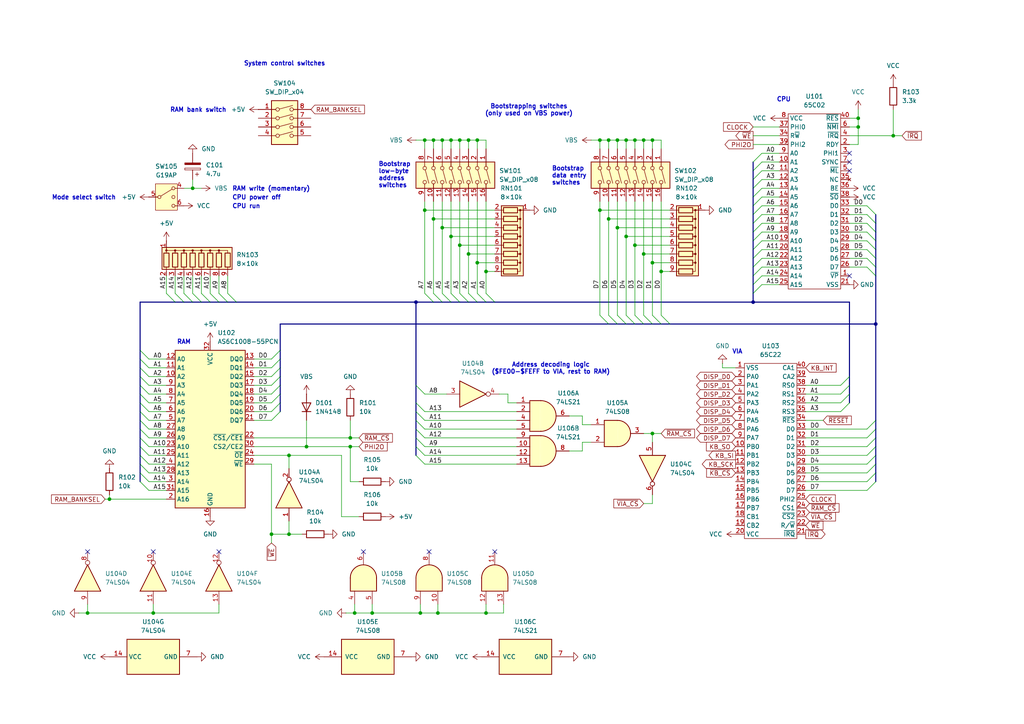
<source format=kicad_sch>
(kicad_sch (version 20250114) (generator "eeschema") (generator_version "9.0")
  (paper "A4")
  (text "RAM" (at 53.34 99.314 0) (effects (font (size 1.27 1.27) (thickness 0.254) (bold yes))))
  (text "CPU" (at 227.33 28.956 0) (effects (font (size 1.27 1.27) (thickness 0.254) (bold yes))))
  (text "CPU run" (at 67.31 59.944 0) (effects (font (size 1.27 1.27) (thickness 0.254) (bold yes)) (justify left)))
  (text "RAM write (momentary)" (at 67.31 54.864 0) (effects (font (size 1.27 1.27) (thickness 0.254) (bold yes)) (justify left)))
  (text "Bootstrap\nlow-byte\naddress\nswitches" (at 109.728 50.8 0) (effects (font (size 1.27 1.27) (thickness 0.254) (bold yes)) (justify left)))
  (text "CPU power off" (at 67.31 57.404 0) (effects (font (size 1.27 1.27) (thickness 0.254) (bold yes)) (justify left)))
  (text "Bootstrap\ndata entry\nswitches" (at 160.02 51.054 0) (effects (font (size 1.27 1.27) (thickness 0.254) (bold yes)) (justify left)))
  (text "Address decoding logic\n($FE00-$FEFF to VIA, rest to RAM)" (at 159.766 106.934 0) (effects (font (size 1.27 1.27) (thickness 0.254) (bold yes))))
  (text "Bootstrapping switches\n(only used on VBS power)" (at 153.416 32.004 0) (effects (font (size 1.27 1.27) (thickness 0.254) (bold yes))))
  (text "VIA" (at 213.868 102.108 0) (effects (font (size 1.27 1.27) (thickness 0.254) (bold yes))))
  (text "Mode select switch" (at 14.986 57.404 0) (effects (font (size 1.27 1.27) (thickness 0.254) (bold yes)) (justify left)))
  (text "RAM bank switch" (at 49.276 32.004 0) (effects (font (size 1.27 1.27) (thickness 0.254) (bold yes)) (justify left)))
  (text "System control switches" (at 82.55 18.542 0) (effects (font (size 1.27 1.27) (thickness 0.254) (bold yes))))
  (junction (at 189.23 76.2))
  (junction (at 78.74 154.94))
  (junction (at 128.27 40.64))
  (junction (at 44.45 177.8))
  (junction (at 107.95 177.8))
  (junction (at 123.19 40.64))
  (junction (at 140.97 78.74))
  (junction (at 179.07 40.64))
  (junction (at 102.87 177.8))
  (junction (at 25.4 177.8))
  (junction (at 184.15 71.12))
  (junction (at 181.61 68.58))
  (junction (at 121.92 177.8))
  (junction (at 179.07 66.04))
  (junction (at 189.23 40.64))
  (junction (at 31.75 144.78))
  (junction (at 127 177.8))
  (junction (at 138.43 40.64))
  (junction (at 138.43 76.2))
  (junction (at 101.6 129.54))
  (junction (at 186.69 40.64))
  (junction (at 125.73 40.64))
  (junction (at 181.61 40.64))
  (junction (at 259.08 39.37))
  (junction (at 133.35 71.12))
  (junction (at 125.73 63.5))
  (junction (at 191.77 78.74))
  (junction (at 101.6 127))
  (junction (at 128.27 66.04))
  (junction (at 248.92 34.29))
  (junction (at 135.89 40.64))
  (junction (at 218.44 87.63))
  (junction (at 130.81 40.64))
  (junction (at 176.53 40.64))
  (junction (at 123.19 60.96))
  (junction (at 176.53 63.5))
  (junction (at 120.65 87.63))
  (junction (at 130.81 68.58))
  (junction (at 173.99 60.96))
  (junction (at 140.97 177.8))
  (junction (at 88.9 129.54))
  (junction (at 83.82 132.08))
  (junction (at 173.99 40.64))
  (junction (at 186.69 73.66))
  (junction (at 248.92 36.83))
  (junction (at 135.89 73.66))
  (junction (at 189.23 125.73))
  (junction (at 254 93.98))
  (junction (at 55.88 54.61))
  (junction (at 83.82 154.94))
  (junction (at 133.35 40.64))
  (junction (at 184.15 40.64))
  (no_connect (at 25.4 160.02))
  (no_connect (at 246.38 49.53))
  (no_connect (at 246.38 80.01))
  (no_connect (at 143.51 160.02))
  (no_connect (at 124.46 160.02))
  (no_connect (at 44.45 160.02))
  (no_connect (at 246.38 46.99))
  (no_connect (at 246.38 44.45))
  (no_connect (at 63.5 160.02))
  (no_connect (at 105.41 160.02))
  (bus_entry (at 251.46 124.46) (size 2.54 -2.54))
  (bus_entry (at 43.18 132.08) (size -2.54 -2.54))
  (bus_entry (at 251.46 77.47) (size 2.54 2.54))
  (bus_entry (at 130.81 85.09) (size 2.54 2.54))
  (bus_entry (at 48.26 85.09) (size 2.54 2.54))
  (bus_entry (at 181.61 91.44) (size 2.54 2.54))
  (bus_entry (at 78.74 111.76) (size 2.54 -2.54))
  (bus_entry (at 63.5 85.09) (size 2.54 2.54))
  (bus_entry (at 123.19 119.38) (size -2.54 -2.54))
  (bus_entry (at 135.89 85.09) (size 2.54 2.54))
  (bus_entry (at 220.98 52.07) (size -2.54 2.54))
  (bus_entry (at 43.18 124.46) (size -2.54 -2.54))
  (bus_entry (at 251.46 137.16) (size 2.54 -2.54))
  (bus_entry (at 128.27 85.09) (size 2.54 2.54))
  (bus_entry (at 123.19 114.3) (size -2.54 -2.54))
  (bus_entry (at 220.98 54.61) (size -2.54 2.54))
  (bus_entry (at 220.98 82.55) (size -2.54 2.54))
  (bus_entry (at 186.69 91.44) (size 2.54 2.54))
  (bus_entry (at 220.98 49.53) (size -2.54 2.54))
  (bus_entry (at 251.46 62.23) (size 2.54 2.54))
  (bus_entry (at 220.98 64.77) (size -2.54 2.54))
  (bus_entry (at 220.98 46.99) (size -2.54 2.54))
  (bus_entry (at 133.35 85.09) (size 2.54 2.54))
  (bus_entry (at 123.19 132.08) (size -2.54 -2.54))
  (bus_entry (at 78.74 121.92) (size 2.54 -2.54))
  (bus_entry (at 220.98 77.47) (size -2.54 2.54))
  (bus_entry (at 43.18 139.7) (size -2.54 -2.54))
  (bus_entry (at 251.46 74.93) (size 2.54 2.54))
  (bus_entry (at 43.18 137.16) (size -2.54 -2.54))
  (bus_entry (at 220.98 80.01) (size -2.54 2.54))
  (bus_entry (at 191.77 91.44) (size 2.54 2.54))
  (bus_entry (at 251.46 69.85) (size 2.54 2.54))
  (bus_entry (at 123.19 127) (size -2.54 -2.54))
  (bus_entry (at 43.18 121.92) (size -2.54 -2.54))
  (bus_entry (at 55.88 85.09) (size 2.54 2.54))
  (bus_entry (at 78.74 109.22) (size 2.54 -2.54))
  (bus_entry (at 251.46 139.7) (size 2.54 -2.54))
  (bus_entry (at 43.18 134.62) (size -2.54 -2.54))
  (bus_entry (at 125.73 85.09) (size 2.54 2.54))
  (bus_entry (at 179.07 91.44) (size 2.54 2.54))
  (bus_entry (at 43.18 109.22) (size -2.54 -2.54))
  (bus_entry (at 43.18 127) (size -2.54 -2.54))
  (bus_entry (at 251.46 132.08) (size 2.54 -2.54))
  (bus_entry (at 220.98 67.31) (size -2.54 2.54))
  (bus_entry (at 251.46 134.62) (size 2.54 -2.54))
  (bus_entry (at 43.18 106.68) (size -2.54 -2.54))
  (bus_entry (at 184.15 91.44) (size 2.54 2.54))
  (bus_entry (at 123.19 124.46) (size -2.54 -2.54))
  (bus_entry (at 243.84 114.3) (size 2.54 -2.54))
  (bus_entry (at 123.19 85.09) (size 2.54 2.54))
  (bus_entry (at 140.97 85.09) (size 2.54 2.54))
  (bus_entry (at 220.98 72.39) (size -2.54 2.54))
  (bus_entry (at 43.18 104.14) (size -2.54 -2.54))
  (bus_entry (at 251.46 127) (size 2.54 -2.54))
  (bus_entry (at 251.46 59.69) (size 2.54 2.54))
  (bus_entry (at 66.04 85.09) (size 2.54 2.54))
  (bus_entry (at 176.53 91.44) (size 2.54 2.54))
  (bus_entry (at 220.98 74.93) (size -2.54 2.54))
  (bus_entry (at 78.74 119.38) (size 2.54 -2.54))
  (bus_entry (at 251.46 142.24) (size 2.54 -2.54))
  (bus_entry (at 189.23 91.44) (size 2.54 2.54))
  (bus_entry (at 251.46 129.54) (size 2.54 -2.54))
  (bus_entry (at 251.46 64.77) (size 2.54 2.54))
  (bus_entry (at 43.18 116.84) (size -2.54 -2.54))
  (bus_entry (at 53.34 85.09) (size 2.54 2.54))
  (bus_entry (at 50.8 85.09) (size 2.54 2.54))
  (bus_entry (at 123.19 121.92) (size -2.54 -2.54))
  (bus_entry (at 78.74 114.3) (size 2.54 -2.54))
  (bus_entry (at 43.18 142.24) (size -2.54 -2.54))
  (bus_entry (at 78.74 104.14) (size 2.54 -2.54))
  (bus_entry (at 243.84 116.84) (size 2.54 -2.54))
  (bus_entry (at 123.19 134.62) (size -2.54 -2.54))
  (bus_entry (at 220.98 44.45) (size -2.54 2.54))
  (bus_entry (at 78.74 116.84) (size 2.54 -2.54))
  (bus_entry (at 43.18 111.76) (size -2.54 -2.54))
  (bus_entry (at 43.18 119.38) (size -2.54 -2.54))
  (bus_entry (at 220.98 59.69) (size -2.54 2.54))
  (bus_entry (at 251.46 67.31) (size 2.54 2.54))
  (bus_entry (at 138.43 85.09) (size 2.54 2.54))
  (bus_entry (at 43.18 114.3) (size -2.54 -2.54))
  (bus_entry (at 220.98 69.85) (size -2.54 2.54))
  (bus_entry (at 251.46 72.39) (size 2.54 2.54))
  (bus_entry (at 243.84 119.38) (size 2.54 -2.54))
  (bus_entry (at 220.98 57.15) (size -2.54 2.54))
  (bus_entry (at 173.99 91.44) (size 2.54 2.54))
  (bus_entry (at 43.18 129.54) (size -2.54 -2.54))
  (bus_entry (at 123.19 129.54) (size -2.54 -2.54))
  (bus_entry (at 220.98 62.23) (size -2.54 2.54))
  (bus_entry (at 58.42 85.09) (size 2.54 2.54))
  (bus_entry (at 78.74 106.68) (size 2.54 -2.54))
  (bus_entry (at 243.84 111.76) (size 2.54 -2.54))
  (bus_entry (at 60.96 85.09) (size 2.54 2.54))
  (wire (pts (xy 123.19 40.64) (xy 125.73 40.64)))
  (bus (pts (xy 40.64 116.84) (xy 40.64 119.38)))
  (bus (pts (xy 81.28 104.14) (xy 81.28 106.68)))
  (wire (pts (xy 220.98 52.07) (xy 226.06 52.07)))
  (wire (pts (xy 63.5 177.8) (xy 63.5 175.26)))
  (wire (pts (xy 220.98 77.47) (xy 226.06 77.47)))
  (wire (pts (xy 184.15 40.64) (xy 181.61 40.64)))
  (wire (pts (xy 123.19 43.18) (xy 123.19 40.64)))
  (wire (pts (xy 184.15 58.42) (xy 184.15 71.12)))
  (bus (pts (xy 184.15 93.98) (xy 186.69 93.98)))
  (wire (pts (xy 128.27 40.64) (xy 130.81 40.64)))
  (wire (pts (xy 248.92 34.29) (xy 246.38 34.29)))
  (wire (pts (xy 218.44 36.83) (xy 226.06 36.83)))
  (wire (pts (xy 73.66 127) (xy 101.6 127)))
  (bus (pts (xy 254 129.54) (xy 254 132.08)))
  (wire (pts (xy 246.38 69.85) (xy 251.46 69.85)))
  (wire (pts (xy 135.89 40.64) (xy 135.89 43.18)))
  (wire (pts (xy 43.18 116.84) (xy 48.26 116.84)))
  (wire (pts (xy 25.4 175.26) (xy 25.4 177.8)))
  (wire (pts (xy 261.62 39.37) (xy 259.08 39.37)))
  (bus (pts (xy 218.44 52.07) (xy 218.44 54.61)))
  (wire (pts (xy 140.97 78.74) (xy 143.51 78.74)))
  (wire (pts (xy 147.32 116.84) (xy 149.86 116.84)))
  (wire (pts (xy 104.14 139.7) (xy 101.6 139.7)))
  (wire (pts (xy 220.98 72.39) (xy 226.06 72.39)))
  (bus (pts (xy 218.44 54.61) (xy 218.44 57.15)))
  (wire (pts (xy 123.19 119.38) (xy 149.86 119.38)))
  (wire (pts (xy 123.19 129.54) (xy 149.86 129.54)))
  (bus (pts (xy 40.64 134.62) (xy 40.64 137.16)))
  (wire (pts (xy 191.77 78.74) (xy 194.31 78.74)))
  (bus (pts (xy 40.64 114.3) (xy 40.64 116.84)))
  (wire (pts (xy 189.23 58.42) (xy 189.23 76.2)))
  (wire (pts (xy 140.97 40.64) (xy 140.97 43.18)))
  (bus (pts (xy 40.64 132.08) (xy 40.64 134.62)))
  (wire (pts (xy 43.18 106.68) (xy 48.26 106.68)))
  (wire (pts (xy 176.53 40.64) (xy 173.99 40.64)))
  (wire (pts (xy 220.98 44.45) (xy 226.06 44.45)))
  (wire (pts (xy 181.61 58.42) (xy 181.61 68.58)))
  (wire (pts (xy 25.4 177.8) (xy 44.45 177.8)))
  (wire (pts (xy 31.75 144.78) (xy 48.26 144.78)))
  (wire (pts (xy 58.42 85.09) (xy 58.42 80.01)))
  (bus (pts (xy 218.44 85.09) (xy 218.44 87.63)))
  (bus (pts (xy 254 134.62) (xy 254 137.16)))
  (wire (pts (xy 220.98 62.23) (xy 226.06 62.23)))
  (wire (pts (xy 73.66 129.54) (xy 88.9 129.54)))
  (wire (pts (xy 176.53 58.42) (xy 176.53 63.5)))
  (wire (pts (xy 220.98 64.77) (xy 226.06 64.77)))
  (wire (pts (xy 125.73 40.64) (xy 128.27 40.64)))
  (wire (pts (xy 73.66 132.08) (xy 83.82 132.08)))
  (wire (pts (xy 176.53 40.64) (xy 176.53 43.18)))
  (wire (pts (xy 133.35 40.64) (xy 135.89 40.64)))
  (wire (pts (xy 184.15 71.12) (xy 194.31 71.12)))
  (bus (pts (xy 60.96 87.63) (xy 63.5 87.63)))
  (wire (pts (xy 165.1 120.65) (xy 168.91 120.65)))
  (wire (pts (xy 173.99 40.64) (xy 173.99 43.18)))
  (wire (pts (xy 123.19 121.92) (xy 149.86 121.92)))
  (wire (pts (xy 43.18 139.7) (xy 48.26 139.7)))
  (bus (pts (xy 81.28 114.3) (xy 81.28 116.84)))
  (wire (pts (xy 168.91 130.81) (xy 168.91 128.27)))
  (bus (pts (xy 218.44 62.23) (xy 218.44 64.77)))
  (wire (pts (xy 209.55 106.68) (xy 213.36 106.68)))
  (wire (pts (xy 191.77 40.64) (xy 189.23 40.64)))
  (wire (pts (xy 43.18 114.3) (xy 48.26 114.3)))
  (wire (pts (xy 220.98 82.55) (xy 226.06 82.55)))
  (wire (pts (xy 233.68 137.16) (xy 251.46 137.16)))
  (bus (pts (xy 40.64 109.22) (xy 40.64 111.76)))
  (wire (pts (xy 101.6 129.54) (xy 104.14 129.54)))
  (wire (pts (xy 181.61 68.58) (xy 181.61 91.44)))
  (wire (pts (xy 246.38 62.23) (xy 251.46 62.23)))
  (bus (pts (xy 254 124.46) (xy 254 127)))
  (wire (pts (xy 99.06 149.86) (xy 104.14 149.86)))
  (wire (pts (xy 78.74 154.94) (xy 83.82 154.94)))
  (wire (pts (xy 128.27 66.04) (xy 143.51 66.04)))
  (bus (pts (xy 176.53 93.98) (xy 179.07 93.98)))
  (wire (pts (xy 140.97 58.42) (xy 140.97 78.74)))
  (wire (pts (xy 43.18 142.24) (xy 48.26 142.24)))
  (bus (pts (xy 81.28 93.98) (xy 176.53 93.98)))
  (bus (pts (xy 218.44 77.47) (xy 218.44 80.01)))
  (bus (pts (xy 254 74.93) (xy 254 77.47)))
  (wire (pts (xy 135.89 73.66) (xy 143.51 73.66)))
  (wire (pts (xy 243.84 114.3) (xy 233.68 114.3)))
  (bus (pts (xy 40.64 124.46) (xy 40.64 127)))
  (wire (pts (xy 130.81 40.64) (xy 133.35 40.64)))
  (wire (pts (xy 133.35 71.12) (xy 143.51 71.12)))
  (bus (pts (xy 138.43 87.63) (xy 140.97 87.63)))
  (bus (pts (xy 218.44 49.53) (xy 218.44 52.07)))
  (bus (pts (xy 40.64 137.16) (xy 40.64 139.7)))
  (wire (pts (xy 186.69 146.05) (xy 189.23 146.05)))
  (wire (pts (xy 30.48 144.78) (xy 31.75 144.78)))
  (wire (pts (xy 73.66 109.22) (xy 78.74 109.22)))
  (bus (pts (xy 254 127) (xy 254 129.54)))
  (bus (pts (xy 218.44 82.55) (xy 218.44 85.09)))
  (wire (pts (xy 43.18 121.92) (xy 48.26 121.92)))
  (wire (pts (xy 128.27 40.64) (xy 128.27 43.18)))
  (wire (pts (xy 179.07 40.64) (xy 176.53 40.64)))
  (wire (pts (xy 220.98 57.15) (xy 226.06 57.15)))
  (bus (pts (xy 120.65 124.46) (xy 120.65 127)))
  (wire (pts (xy 259.08 31.75) (xy 259.08 39.37)))
  (wire (pts (xy 101.6 121.92) (xy 101.6 127)))
  (wire (pts (xy 83.82 132.08) (xy 99.06 132.08)))
  (wire (pts (xy 189.23 76.2) (xy 189.23 91.44)))
  (wire (pts (xy 186.69 125.73) (xy 189.23 125.73)))
  (bus (pts (xy 254 77.47) (xy 254 80.01)))
  (bus (pts (xy 254 121.92) (xy 254 124.46)))
  (bus (pts (xy 81.28 106.68) (xy 81.28 109.22)))
  (wire (pts (xy 43.18 119.38) (xy 48.26 119.38)))
  (wire (pts (xy 189.23 76.2) (xy 194.31 76.2)))
  (wire (pts (xy 123.19 114.3) (xy 129.54 114.3)))
  (wire (pts (xy 73.66 121.92) (xy 78.74 121.92)))
  (bus (pts (xy 81.28 109.22) (xy 81.28 111.76)))
  (wire (pts (xy 55.88 85.09) (xy 55.88 80.01)))
  (bus (pts (xy 254 67.31) (xy 254 69.85)))
  (bus (pts (xy 218.44 80.01) (xy 218.44 82.55)))
  (wire (pts (xy 127 177.8) (xy 140.97 177.8)))
  (wire (pts (xy 191.77 58.42) (xy 191.77 78.74)))
  (wire (pts (xy 189.23 143.51) (xy 189.23 146.05)))
  (wire (pts (xy 246.38 72.39) (xy 251.46 72.39)))
  (wire (pts (xy 48.26 85.09) (xy 48.26 80.01)))
  (wire (pts (xy 168.91 120.65) (xy 168.91 123.19)))
  (wire (pts (xy 186.69 73.66) (xy 194.31 73.66)))
  (wire (pts (xy 130.81 68.58) (xy 130.81 85.09)))
  (wire (pts (xy 100.33 177.8) (xy 102.87 177.8)))
  (wire (pts (xy 186.69 73.66) (xy 186.69 91.44)))
  (bus (pts (xy 246.38 111.76) (xy 246.38 114.3)))
  (wire (pts (xy 246.38 67.31) (xy 251.46 67.31)))
  (wire (pts (xy 101.6 127) (xy 104.14 127)))
  (bus (pts (xy 120.65 111.76) (xy 120.65 116.84)))
  (wire (pts (xy 43.18 111.76) (xy 48.26 111.76)))
  (wire (pts (xy 121.92 175.26) (xy 121.92 177.8)))
  (bus (pts (xy 40.64 127) (xy 40.64 129.54)))
  (wire (pts (xy 220.98 80.01) (xy 226.06 80.01)))
  (wire (pts (xy 133.35 58.42) (xy 133.35 71.12)))
  (wire (pts (xy 140.97 177.8) (xy 146.05 177.8)))
  (wire (pts (xy 179.07 66.04) (xy 194.31 66.04)))
  (bus (pts (xy 81.28 93.98) (xy 81.28 101.6)))
  (bus (pts (xy 50.8 87.63) (xy 53.34 87.63)))
  (wire (pts (xy 220.98 49.53) (xy 226.06 49.53)))
  (bus (pts (xy 218.44 87.63) (xy 246.38 87.63)))
  (wire (pts (xy 144.78 114.3) (xy 147.32 114.3)))
  (bus (pts (xy 81.28 101.6) (xy 81.28 104.14)))
  (wire (pts (xy 123.19 132.08) (xy 149.86 132.08)))
  (wire (pts (xy 43.18 137.16) (xy 48.26 137.16)))
  (bus (pts (xy 133.35 87.63) (xy 135.89 87.63)))
  (wire (pts (xy 189.23 40.64) (xy 189.23 43.18)))
  (bus (pts (xy 218.44 69.85) (xy 218.44 72.39)))
  (wire (pts (xy 233.68 127) (xy 251.46 127)))
  (bus (pts (xy 55.88 87.63) (xy 58.42 87.63)))
  (wire (pts (xy 179.07 40.64) (xy 179.07 43.18)))
  (wire (pts (xy 246.38 64.77) (xy 251.46 64.77)))
  (bus (pts (xy 81.28 116.84) (xy 81.28 119.38)))
  (bus (pts (xy 130.81 87.63) (xy 133.35 87.63)))
  (wire (pts (xy 138.43 40.64) (xy 138.43 43.18)))
  (bus (pts (xy 254 64.77) (xy 254 67.31)))
  (bus (pts (xy 40.64 87.63) (xy 40.64 101.6)))
  (bus (pts (xy 218.44 46.99) (xy 218.44 49.53)))
  (wire (pts (xy 176.53 63.5) (xy 194.31 63.5)))
  (wire (pts (xy 88.9 129.54) (xy 101.6 129.54)))
  (wire (pts (xy 50.8 85.09) (xy 50.8 80.01)))
  (wire (pts (xy 165.1 130.81) (xy 168.91 130.81)))
  (wire (pts (xy 125.73 63.5) (xy 143.51 63.5)))
  (wire (pts (xy 176.53 63.5) (xy 176.53 91.44)))
  (wire (pts (xy 78.74 157.48) (xy 78.74 154.94)))
  (wire (pts (xy 43.18 104.14) (xy 48.26 104.14)))
  (wire (pts (xy 218.44 41.91) (xy 226.06 41.91)))
  (wire (pts (xy 123.19 127) (xy 149.86 127)))
  (wire (pts (xy 44.45 177.8) (xy 63.5 177.8)))
  (bus (pts (xy 254 72.39) (xy 254 74.93)))
  (bus (pts (xy 120.65 87.63) (xy 120.65 111.76)))
  (wire (pts (xy 186.69 40.64) (xy 186.69 43.18)))
  (wire (pts (xy 43.18 129.54) (xy 48.26 129.54)))
  (wire (pts (xy 123.19 58.42) (xy 123.19 60.96)))
  (wire (pts (xy 73.66 114.3) (xy 78.74 114.3)))
  (wire (pts (xy 220.98 54.61) (xy 226.06 54.61)))
  (wire (pts (xy 78.74 134.62) (xy 78.74 154.94)))
  (bus (pts (xy 246.38 87.63) (xy 246.38 109.22)))
  (wire (pts (xy 181.61 68.58) (xy 194.31 68.58)))
  (wire (pts (xy 63.5 85.09) (xy 63.5 80.01)))
  (wire (pts (xy 184.15 40.64) (xy 184.15 43.18)))
  (wire (pts (xy 186.69 40.64) (xy 184.15 40.64)))
  (bus (pts (xy 191.77 93.98) (xy 194.31 93.98)))
  (bus (pts (xy 135.89 87.63) (xy 138.43 87.63)))
  (wire (pts (xy 184.15 71.12) (xy 184.15 91.44)))
  (wire (pts (xy 102.87 177.8) (xy 107.95 177.8)))
  (wire (pts (xy 173.99 60.96) (xy 194.31 60.96)))
  (wire (pts (xy 133.35 71.12) (xy 133.35 85.09)))
  (wire (pts (xy 138.43 58.42) (xy 138.43 76.2)))
  (bus (pts (xy 189.23 93.98) (xy 191.77 93.98)))
  (wire (pts (xy 78.74 134.62) (xy 73.66 134.62)))
  (wire (pts (xy 73.66 116.84) (xy 78.74 116.84)))
  (wire (pts (xy 123.19 60.96) (xy 123.19 85.09)))
  (wire (pts (xy 107.95 177.8) (xy 121.92 177.8)))
  (wire (pts (xy 238.76 121.92) (xy 233.68 121.92)))
  (wire (pts (xy 55.88 54.61) (xy 53.34 54.61)))
  (wire (pts (xy 138.43 76.2) (xy 138.43 85.09)))
  (wire (pts (xy 189.23 40.64) (xy 186.69 40.64)))
  (wire (pts (xy 146.05 175.26) (xy 146.05 177.8)))
  (wire (pts (xy 218.44 39.37) (xy 226.06 39.37)))
  (wire (pts (xy 243.84 116.84) (xy 233.68 116.84)))
  (wire (pts (xy 209.55 106.68) (xy 209.55 105.41)))
  (wire (pts (xy 101.6 129.54) (xy 101.6 139.7)))
  (wire (pts (xy 120.65 40.64) (xy 123.19 40.64)))
  (wire (pts (xy 220.98 46.99) (xy 226.06 46.99)))
  (wire (pts (xy 138.43 76.2) (xy 143.51 76.2)))
  (wire (pts (xy 233.68 132.08) (xy 251.46 132.08)))
  (wire (pts (xy 186.69 58.42) (xy 186.69 73.66)))
  (bus (pts (xy 218.44 59.69) (xy 218.44 62.23)))
  (bus (pts (xy 53.34 87.63) (xy 55.88 87.63)))
  (bus (pts (xy 254 137.16) (xy 254 139.7)))
  (wire (pts (xy 220.98 69.85) (xy 226.06 69.85)))
  (wire (pts (xy 107.95 175.26) (xy 107.95 177.8)))
  (wire (pts (xy 248.92 36.83) (xy 246.38 36.83)))
  (wire (pts (xy 171.45 40.64) (xy 173.99 40.64)))
  (wire (pts (xy 135.89 58.42) (xy 135.89 73.66)))
  (bus (pts (xy 254 80.01) (xy 254 93.98)))
  (bus (pts (xy 66.04 87.63) (xy 68.58 87.63)))
  (bus (pts (xy 218.44 67.31) (xy 218.44 69.85)))
  (bus (pts (xy 68.58 87.63) (xy 120.65 87.63)))
  (wire (pts (xy 181.61 40.64) (xy 179.07 40.64)))
  (wire (pts (xy 73.66 111.76) (xy 78.74 111.76)))
  (wire (pts (xy 135.89 73.66) (xy 135.89 85.09)))
  (bus (pts (xy 246.38 109.22) (xy 246.38 111.76)))
  (bus (pts (xy 246.38 114.3) (xy 246.38 116.84)))
  (wire (pts (xy 83.82 154.94) (xy 87.63 154.94)))
  (wire (pts (xy 168.91 123.19) (xy 171.45 123.19)))
  (wire (pts (xy 130.81 58.42) (xy 130.81 68.58)))
  (wire (pts (xy 191.77 43.18) (xy 191.77 40.64)))
  (bus (pts (xy 254 69.85) (xy 254 72.39)))
  (wire (pts (xy 246.38 59.69) (xy 251.46 59.69)))
  (wire (pts (xy 233.68 129.54) (xy 251.46 129.54)))
  (bus (pts (xy 40.64 87.63) (xy 50.8 87.63)))
  (bus (pts (xy 143.51 87.63) (xy 218.44 87.63)))
  (wire (pts (xy 102.87 177.8) (xy 102.87 175.26)))
  (bus (pts (xy 120.65 119.38) (xy 120.65 121.92)))
  (wire (pts (xy 179.07 58.42) (xy 179.07 66.04)))
  (wire (pts (xy 138.43 40.64) (xy 140.97 40.64)))
  (wire (pts (xy 73.66 106.68) (xy 78.74 106.68)))
  (wire (pts (xy 140.97 78.74) (xy 140.97 85.09)))
  (wire (pts (xy 140.97 175.26) (xy 140.97 177.8)))
  (wire (pts (xy 220.98 59.69) (xy 226.06 59.69)))
  (wire (pts (xy 128.27 66.04) (xy 128.27 85.09)))
  (wire (pts (xy 135.89 40.64) (xy 138.43 40.64)))
  (bus (pts (xy 120.65 129.54) (xy 120.65 132.08)))
  (wire (pts (xy 22.86 177.8) (xy 25.4 177.8)))
  (bus (pts (xy 40.64 111.76) (xy 40.64 114.3)))
  (bus (pts (xy 40.64 106.68) (xy 40.64 109.22)))
  (wire (pts (xy 125.73 58.42) (xy 125.73 63.5)))
  (bus (pts (xy 254 62.23) (xy 254 64.77)))
  (wire (pts (xy 243.84 111.76) (xy 233.68 111.76)))
  (bus (pts (xy 40.64 121.92) (xy 40.64 124.46)))
  (wire (pts (xy 181.61 40.64) (xy 181.61 43.18)))
  (bus (pts (xy 254 132.08) (xy 254 134.62)))
  (wire (pts (xy 248.92 34.29) (xy 248.92 36.83)))
  (bus (pts (xy 40.64 101.6) (xy 40.64 104.14)))
  (wire (pts (xy 233.68 134.62) (xy 251.46 134.62)))
  (bus (pts (xy 40.64 104.14) (xy 40.64 106.68)))
  (bus (pts (xy 120.65 116.84) (xy 120.65 119.38)))
  (bus (pts (xy 218.44 57.15) (xy 218.44 59.69)))
  (wire (pts (xy 43.18 134.62) (xy 48.26 134.62)))
  (bus (pts (xy 40.64 119.38) (xy 40.64 121.92)))
  (wire (pts (xy 121.92 177.8) (xy 127 177.8)))
  (wire (pts (xy 248.92 36.83) (xy 248.92 41.91)))
  (wire (pts (xy 43.18 127) (xy 48.26 127)))
  (wire (pts (xy 173.99 58.42) (xy 173.99 60.96)))
  (wire (pts (xy 173.99 60.96) (xy 173.99 91.44)))
  (wire (pts (xy 123.19 124.46) (xy 149.86 124.46)))
  (wire (pts (xy 43.18 132.08) (xy 48.26 132.08)))
  (wire (pts (xy 191.77 125.73) (xy 189.23 125.73)))
  (bus (pts (xy 186.69 93.98) (xy 189.23 93.98)))
  (bus (pts (xy 254 93.98) (xy 254 121.92)))
  (wire (pts (xy 246.38 74.93) (xy 251.46 74.93)))
  (bus (pts (xy 218.44 64.77) (xy 218.44 67.31)))
  (wire (pts (xy 31.75 143.51) (xy 31.75 144.78)))
  (wire (pts (xy 127 175.26) (xy 127 177.8)))
  (wire (pts (xy 83.82 154.94) (xy 83.82 151.13)))
  (bus (pts (xy 194.31 93.98) (xy 254 93.98)))
  (wire (pts (xy 99.06 132.08) (xy 99.06 149.86)))
  (wire (pts (xy 130.81 68.58) (xy 143.51 68.58)))
  (wire (pts (xy 83.82 132.08) (xy 83.82 135.89)))
  (wire (pts (xy 243.84 119.38) (xy 233.68 119.38)))
  (wire (pts (xy 220.98 74.93) (xy 226.06 74.93)))
  (wire (pts (xy 60.96 85.09) (xy 60.96 80.01)))
  (bus (pts (xy 218.44 74.93) (xy 218.44 77.47)))
  (wire (pts (xy 53.34 85.09) (xy 53.34 80.01)))
  (wire (pts (xy 233.68 124.46) (xy 251.46 124.46)))
  (bus (pts (xy 120.65 121.92) (xy 120.65 124.46)))
  (bus (pts (xy 40.64 129.54) (xy 40.64 132.08)))
  (bus (pts (xy 63.5 87.63) (xy 66.04 87.63)))
  (wire (pts (xy 58.42 54.61) (xy 55.88 54.61)))
  (wire (pts (xy 123.19 60.96) (xy 143.51 60.96)))
  (wire (pts (xy 246.38 77.47) (xy 251.46 77.47)))
  (bus (pts (xy 140.97 87.63) (xy 143.51 87.63)))
  (bus (pts (xy 181.61 93.98) (xy 184.15 93.98)))
  (bus (pts (xy 179.07 93.98) (xy 181.61 93.98)))
  (wire (pts (xy 55.88 52.07) (xy 55.88 54.61)))
  (wire (pts (xy 73.66 104.14) (xy 78.74 104.14)))
  (wire (pts (xy 125.73 40.64) (xy 125.73 43.18)))
  (bus (pts (xy 120.65 127) (xy 120.65 129.54)))
  (wire (pts (xy 189.23 125.73) (xy 189.23 128.27)))
  (wire (pts (xy 259.08 39.37) (xy 246.38 39.37)))
  (bus (pts (xy 125.73 87.63) (xy 128.27 87.63)))
  (wire (pts (xy 128.27 58.42) (xy 128.27 66.04)))
  (wire (pts (xy 43.18 109.22) (xy 48.26 109.22)))
  (bus (pts (xy 81.28 111.76) (xy 81.28 114.3)))
  (wire (pts (xy 88.9 121.92) (xy 88.9 129.54)))
  (bus (pts (xy 58.42 87.63) (xy 60.96 87.63)))
  (wire (pts (xy 248.92 31.75) (xy 248.92 34.29)))
  (wire (pts (xy 130.81 40.64) (xy 130.81 43.18)))
  (wire (pts (xy 191.77 78.74) (xy 191.77 91.44)))
  (wire (pts (xy 123.19 134.62) (xy 149.86 134.62)))
  (wire (pts (xy 233.68 142.24) (xy 251.46 142.24)))
  (wire (pts (xy 233.68 139.7) (xy 251.46 139.7)))
  (wire (pts (xy 66.04 85.09) (xy 66.04 80.01)))
  (wire (pts (xy 73.66 119.38) (xy 78.74 119.38)))
  (wire (pts (xy 179.07 66.04) (xy 179.07 91.44)))
  (bus (pts (xy 218.44 72.39) (xy 218.44 74.93)))
  (wire (pts (xy 168.91 128.27) (xy 171.45 128.27)))
  (bus (pts (xy 128.27 87.63) (xy 130.81 87.63)))
  (wire (pts (xy 246.38 41.91) (xy 248.92 41.91)))
  (bus (pts (xy 120.65 87.63) (xy 125.73 87.63)))
  (wire (pts (xy 147.32 114.3) (xy 147.32 116.84)))
  (wire (pts (xy 220.98 67.31) (xy 226.06 67.31)))
  (wire (pts (xy 133.35 40.64) (xy 133.35 43.18)))
  (wire (pts (xy 43.18 124.46) (xy 48.26 124.46)))
  (wire (pts (xy 44.45 175.26) (xy 44.45 177.8)))
  (wire (pts (xy 125.73 63.5) (xy 125.73 85.09)))
  (label "A3" (at 237.49 119.38 180))
  (label "A5" (at 128.27 83.82 90))
  (label "A8" (at 222.25 64.77 0))
  (label "D7" (at 74.93 121.92 0))
  (label "A6" (at 222.25 59.69 0))
  (label "D4" (at 74.93 114.3 0))
  (label "D6" (at 247.65 74.93 0))
  (label "A14" (at 222.25 80.01 0))
  (label "D5" (at 247.65 72.39 0))
  (label "A2" (at 222.25 49.53 0))
  (label "A2" (at 135.89 83.82 90))
  (label "A15" (at 44.45 142.24 0))
  (label "D0" (at 191.77 83.82 90))
  (label "A15" (at 124.46 134.62 0))
  (label "D6" (at 176.53 83.82 90))
  (label "A1" (at 222.25 46.99 0))
  (label "D0" (at 234.95 124.46 0))
  (label "A13" (at 44.45 137.16 0))
  (label "D4" (at 234.95 134.62 0))
  (label "D7" (at 173.99 83.82 90))
  (label "A12" (at 55.88 83.82 90))
  (label "A8" (at 44.45 124.46 0))
  (label "D4" (at 181.61 83.82 90))
  (label "D2" (at 74.93 109.22 0))
  (label "D3" (at 74.93 111.76 0))
  (label "D0" (at 247.65 59.69 0))
  (label "A10" (at 124.46 124.46 0))
  (label "A0" (at 140.97 83.82 90))
  (label "A0" (at 44.45 104.14 0))
  (label "A3" (at 44.45 111.76 0))
  (label "A13" (at 53.34 83.82 90))
  (label "A0" (at 222.25 44.45 0))
  (label "A9" (at 222.25 67.31 0))
  (label "A8" (at 66.04 83.82 90))
  (label "A12" (at 44.45 134.62 0))
  (label "A10" (at 60.96 83.82 90))
  (label "A7" (at 123.19 83.82 90))
  (label "D1" (at 234.95 127 0))
  (label "D4" (at 247.65 69.85 0))
  (label "A2" (at 237.49 116.84 180))
  (label "A1" (at 138.43 83.82 90))
  (label "A1" (at 44.45 106.68 0))
  (label "A7" (at 222.25 62.23 0))
  (label "A8" (at 124.46 114.3 0))
  (label "A13" (at 124.46 119.38 0))
  (label "D7" (at 247.65 77.47 0))
  (label "D5" (at 74.93 116.84 0))
  (label "A9" (at 124.46 129.54 0))
  (label "A14" (at 124.46 132.08 0))
  (label "D3" (at 234.95 132.08 0))
  (label "A10" (at 44.45 129.54 0))
  (label "A4" (at 222.25 54.61 0))
  (label "A1" (at 237.49 114.3 180))
  (label "A15" (at 48.26 83.82 90))
  (label "D1" (at 74.93 106.68 0))
  (label "A11" (at 44.45 132.08 0))
  (label "A3" (at 133.35 83.82 90))
  (label "A6" (at 44.45 119.38 0))
  (label "D1" (at 247.65 62.23 0))
  (label "A15" (at 222.25 82.55 0))
  (label "D2" (at 247.65 64.77 0))
  (label "D6" (at 74.93 119.38 0))
  (label "A11" (at 222.25 72.39 0))
  (label "D7" (at 234.95 142.24 0))
  (label "A0" (at 237.49 111.76 180))
  (label "A14" (at 50.8 83.82 90))
  (label "A4" (at 130.81 83.82 90))
  (label "D5" (at 234.95 137.16 0))
  (label "A2" (at 44.45 109.22 0))
  (label "A11" (at 58.42 83.82 90))
  (label "A9" (at 44.45 127 0))
  (label "A7" (at 44.45 121.92 0))
  (label "D5" (at 179.07 83.82 90))
  (label "A5" (at 44.45 116.84 0))
  (label "A10" (at 222.25 69.85 0))
  (label "D0" (at 74.93 104.14 0))
  (label "A14" (at 44.45 139.7 0))
  (label "D3" (at 247.65 67.31 0))
  (label "A12" (at 124.46 127 0))
  (label "D6" (at 234.95 139.7 0))
  (label "D3" (at 184.15 83.82 90))
  (label "D1" (at 189.23 83.82 90))
  (label "A12" (at 222.25 74.93 0))
  (label "A5" (at 222.25 57.15 0))
  (label "D2" (at 234.95 129.54 0))
  (label "A3" (at 222.25 52.07 0))
  (label "D2" (at 186.69 83.82 90))
  (label "A13" (at 222.25 77.47 0))
  (label "A4" (at 44.45 114.3 0))
  (label "A9" (at 63.5 83.82 90))
  (label "A11" (at 124.46 121.92 0))
  (label "A6" (at 125.73 83.82 90))
  (global_label "~{VIA_CS}" (shape input) (at 233.68 149.86 0) (property "Intersheetrefs" "${INTERSHEET_REFS}" (effects (hide yes))))
  (global_label "~{IRQ}" (shape input) (at 261.62 39.37 0) (property "Intersheetrefs" "${INTERSHEET_REFS}" (effects (hide yes))))
  (global_label "DISP_D5" (shape tri_state) (at 213.36 121.92 180) (property "Intersheetrefs" "${INTERSHEET_REFS}" (effects (hide yes))))
  (global_label "KB_SO" (shape input) (at 213.36 129.54 180) (property "Intersheetrefs" "${INTERSHEET_REFS}" (effects (hide yes))))
  (global_label "~{RAM_CS}" (shape input) (at 191.77 125.73 0) (property "Intersheetrefs" "${INTERSHEET_REFS}" (effects (hide yes))))
  (global_label "CLOCK" (shape input) (at 233.68 144.78 0) (property "Intersheetrefs" "${INTERSHEET_REFS}" (effects (hide yes))))
  (global_label "DISP_D3" (shape tri_state) (at 213.36 116.84 180) (property "Intersheetrefs" "${INTERSHEET_REFS}" (effects (hide yes))))
  (global_label "RAM_BANKSEL" (shape input) (at 90.17 31.75 0) (property "Intersheetrefs" "${INTERSHEET_REFS}" (effects (hide yes))))
  (global_label "PHI2O" (shape input) (at 104.14 129.54 0) (property "Intersheetrefs" "${INTERSHEET_REFS}" (effects (hide yes))))
  (global_label "~{RAM_CS}" (shape input) (at 233.68 147.32 0) (property "Intersheetrefs" "${INTERSHEET_REFS}" (effects (hide yes))))
  (global_label "DISP_D2" (shape tri_state) (at 213.36 114.3 180) (property "Intersheetrefs" "${INTERSHEET_REFS}" (effects (hide yes))))
  (global_label "~{IRQ}" (shape output) (at 233.68 154.94 0) (property "Intersheetrefs" "${INTERSHEET_REFS}" (effects (hide yes))))
  (global_label "~{WE}" (shape input) (at 233.68 152.4 0) (property "Intersheetrefs" "${INTERSHEET_REFS}" (effects (hide yes))))
  (global_label "KB_INT" (shape input) (at 233.68 106.68 0) (effects (font (thickness 0.1588))) (property "Intersheetrefs" "${INTERSHEET_REFS}" (effects (hide yes))))
  (global_label "~{KB_CS}" (shape input) (at 213.36 137.16 180) (property "Intersheetrefs" "${INTERSHEET_REFS}" (effects (hide yes))))
  (global_label "KB_SCK" (shape output) (at 213.36 134.62 180) (property "Intersheetrefs" "${INTERSHEET_REFS}" (effects (hide yes))))
  (global_label "~{VIA_CS}" (shape input) (at 186.69 146.05 180) (property "Intersheetrefs" "${INTERSHEET_REFS}" (effects (hide yes))))
  (global_label "PHI2O" (shape output) (at 218.44 41.91 180) (property "Intersheetrefs" "${INTERSHEET_REFS}" (effects (hide yes))))
  (global_label "DISP_D1" (shape tri_state) (at 213.36 111.76 180) (property "Intersheetrefs" "${INTERSHEET_REFS}" (effects (hide yes))))
  (global_label "DISP_D7" (shape tri_state) (at 213.36 127 180) (property "Intersheetrefs" "${INTERSHEET_REFS}" (effects (hide yes))))
  (global_label "RAM_BANKSEL" (shape input) (at 30.48 144.78 180) (property "Intersheetrefs" "${INTERSHEET_REFS}" (effects (hide yes))))
  (global_label "KB_SI" (shape output) (at 213.36 132.08 180) (property "Intersheetrefs" "${INTERSHEET_REFS}" (effects (hide yes))))
  (global_label "~{RAM_CS}" (shape input) (at 104.14 127 0) (property "Intersheetrefs" "${INTERSHEET_REFS}" (effects (hide yes))))
  (global_label "~{RESET}" (shape input) (at 238.76 121.92 0) (property "Intersheetrefs" "${INTERSHEET_REFS}" (effects (hide yes))))
  (global_label "CLOCK" (shape input) (at 218.44 36.83 180) (property "Intersheetrefs" "${INTERSHEET_REFS}" (effects (hide yes))))
  (global_label "~{WE}" (shape input) (at 78.74 157.48 270) (property "Intersheetrefs" "${INTERSHEET_REFS}" (effects (hide yes))))
  (global_label "DISP_D6" (shape tri_state) (at 213.36 124.46 180) (property "Intersheetrefs" "${INTERSHEET_REFS}" (effects (hide yes))))
  (global_label "DISP_D4" (shape tri_state) (at 213.36 119.38 180) (property "Intersheetrefs" "${INTERSHEET_REFS}" (effects (hide yes))))
  (global_label "DISP_D0" (shape tri_state) (at 213.36 109.22 180) (property "Intersheetrefs" "${INTERSHEET_REFS}" (effects (hide yes))))
  (global_label "~{WE}" (shape output) (at 218.44 39.37 180) (property "Intersheetrefs" "${INTERSHEET_REFS}" (effects (hide yes))))
  (symbol (lib_id "74xx:74LS21") (at 157.48 120.65 0) (unit 1)
    (property "Reference" "U106" (at 164.846 114.046 0))
    (property "Value" "74LS21" (at 164.846 116.586 0))
    (property "Footprint" "Package_DIP:DIP-14_W7.62mm" (effects (hide yes)))
    (property "Datasheet" "http://www.ti.com/lit/gpn/sn74LS21" (effects (hide yes)))
    (property "Description" "Dual 4-input AND" (effects (hide yes)))
  )
  (symbol (lib_id "Device:R") (at 91.44 154.94 90) (unit 1)
    (property "Reference" "R104" (at 91.44 148.59 90))
    (property "Value" "10k" (at 91.44 151.13 90))
    (property "Footprint" "Resistor_THT:R_Axial_DIN0207_L6.3mm_D2.5mm_P7.62mm_Horizontal" (effects (hide yes)))
    (property "Description" "Resistor" (effects (hide yes)))
  )
  (symbol (lib_id "74xx:74LS08") (at 143.51 167.64 90) (unit 4)
    (property "Reference" "U105" (at 148.59 166.3782 90) (effects (justify right)))
    (property "Value" "74LS08" (at 148.59 168.9182 90) (effects (justify right)))
    (property "Footprint" "Package_DIP:DIP-14_W7.62mm" (effects (hide yes)))
    (property "Datasheet" "http://www.ti.com/lit/gpn/sn74LS08" (effects (hide yes)))
    (property "Description" "Quad And2" (effects (hide yes)))
  )
  (symbol (lib_id "power:VCC") (at 88.9 114.3 0) (unit 1)
    (property "Reference" "#PWR0110" (effects (hide yes)))
    (property "Value" "VBS" (at 88.9 109.22 0))
    (property "Description" "Power symbol creates a global label with name \"VCC\"" (effects (hide yes)))
  )
  (symbol (lib_id "power:VCC") (at 93.98 190.5 90) (unit 1)
    (property "Reference" "#PWR0118" (effects (hide yes)))
    (property "Value" "VCC" (at 90.17 190.4999 90) (effects (justify left)))
    (property "Description" "Power symbol creates a global label with name \"VCC\"" (effects (hide yes)))
  )
  (symbol (lib_id "Memory_RAM:AS6C1008-xxP") (at 60.96 124.46 0) (unit 1)
    (property "Reference" "U102" (at 63.1033 96.52 0) (effects (justify left)))
    (property "Value" "AS6C1008-55PCN" (at 63.1033 99.06 0) (effects (justify left)))
    (property "Footprint" "Package_DIP:DIP-32_W15.24mm" (effects (hide yes)))
    (property "Datasheet" "https://www.alliancememory.com/wp-content/uploads/pdf/AS6C1008_Mar_2023V1.2.pdf" (effects (hide yes)))
    (property "Description" "1-Mbit (128K X 8-bit) Low Power CMOS SRAM, single 2.7V ~ 5.5V power supply, 55ns, DIP-32" (effects (hide yes)))
  )
  (symbol (lib_id "Device:R_Network08") (at 199.39 71.12 270) (unit 1)
    (property "Reference" "RN102" (at 199.136 54.61 90))
    (property "Value" "8×10k" (at 199.136 57.15 90))
    (property "Footprint" "Resistor_THT:R_Array_SIP9" (effects (hide yes)))
    (property "Datasheet" "http://www.vishay.com/docs/31509/csc.pdf" (effects (hide yes)))
    (property "Description" "8 resistor network, star topology, bussed resistors, small symbol" (effects (hide yes)))
  )
  (symbol (lib_id "74xx:74LS04") (at 137.16 114.3 0) (unit 2)
    (property "Reference" "U104" (at 137.16 105.41 0))
    (property "Value" "74LS04" (at 137.16 107.95 0))
    (property "Footprint" "Package_DIP:DIP-14_W7.62mm" (effects (hide yes)))
    (property "Datasheet" "http://www.ti.com/lit/gpn/sn74LS04" (effects (hide yes)))
    (property "Description" "Hex Inverter" (effects (hide yes)))
  )
  (symbol (lib_id "power:GND") (at 31.75 135.89 180) (unit 1)
    (property "Reference" "#PWR0133" (effects (hide yes)))
    (property "Value" "GND" (at 31.75 130.81 0))
    (property "Description" "Power symbol creates a global label with name \"GND\" , ground" (effects (hide yes)))
  )
  (symbol (lib_id "power:GND") (at 209.55 105.41 180) (unit 1)
    (property "Reference" "#PWR0113" (effects (hide yes)))
    (property "Value" "GND" (at 209.55 100.33 0))
    (property "Description" "Power symbol creates a global label with name \"GND\" , ground" (effects (hide yes)))
  )
  (symbol (lib_id "74xx:74LS08") (at 179.07 125.73 0) (unit 1)
    (property "Reference" "U105" (at 179.0617 116.84 0))
    (property "Value" "74LS08" (at 179.0617 119.38 0))
    (property "Footprint" "Package_DIP:DIP-14_W7.62mm" (effects (hide yes)))
    (property "Datasheet" "http://www.ti.com/lit/gpn/sn74LS08" (effects (hide yes)))
    (property "Description" "Quad And2" (effects (hide yes)))
  )
  (symbol (lib_id "power:GND") (at 55.88 44.45 180) (unit 1)
    (property "Reference" "#PWR0130" (effects (hide yes)))
    (property "Value" "GND" (at 58.42 43.1799 0) (effects (justify right)))
    (property "Description" "Power symbol creates a global label with name \"GND\" , ground" (effects (hide yes)))
  )
  (symbol (lib_id "74xx:74LS21") (at 152.4 190.5 90) (unit 3)
    (property "Reference" "U106" (at 152.4 180.34 90))
    (property "Value" "74LS21" (at 152.4 182.88 90))
    (property "Footprint" "Package_DIP:DIP-14_W7.62mm" (effects (hide yes)))
    (property "Datasheet" "http://www.ti.com/lit/gpn/sn74LS21" (effects (hide yes)))
    (property "Description" "Dual 4-input AND" (effects (hide yes)))
  )
  (symbol (lib_id "power:+5V") (at 48.26 69.85 0) (unit 1)
    (property "Reference" "#PWR0105" (effects (hide yes)))
    (property "Value" "+5V" (at 48.26 64.77 0))
    (property "Description" "Power symbol creates a global label with name \"+5V\"" (effects (hide yes)))
  )
  (symbol (lib_id "power:VCC") (at 259.08 24.13 0) (unit 1)
    (property "Reference" "#PWR0109" (effects (hide yes)))
    (property "Value" "VCC" (at 259.08 19.05 0))
    (property "Description" "Power symbol creates a global label with name \"VCC\"" (effects (hide yes)))
  )
  (symbol (lib_id "74xx:74LS08") (at 106.68 190.5 90) (unit 5)
    (property "Reference" "U105" (at 106.68 180.34 90))
    (property "Value" "74LS08" (at 106.68 182.88 90))
    (property "Footprint" "Package_DIP:DIP-14_W7.62mm" (effects (hide yes)))
    (property "Datasheet" "http://www.ti.com/lit/gpn/sn74LS08" (effects (hide yes)))
    (property "Description" "Quad And2" (effects (hide yes)))
  )
  (symbol (lib_id "power:VCC") (at 53.34 59.69 270) (mirror x) (unit 1)
    (property "Reference" "#PWR0104" (effects (hide yes)))
    (property "Value" "VCC" (at 57.15 59.6901 90) (effects (justify left)))
    (property "Description" "Power symbol creates a global label with name \"VCC\"" (effects (hide yes)))
  )
  (symbol (lib_id "74xx:74LS04") (at 189.23 135.89 270) (unit 3)
    (property "Reference" "U104" (at 194.31 134.6199 90) (effects (justify left)))
    (property "Value" "74LS04" (at 194.31 137.1599 90) (effects (justify left)))
    (property "Footprint" "Package_DIP:DIP-14_W7.62mm" (effects (hide yes)))
    (property "Datasheet" "http://www.ti.com/lit/gpn/sn74LS04" (effects (hide yes)))
    (property "Description" "Hex Inverter" (effects (hide yes)))
  )
  (symbol (lib_id "power:VCC") (at 120.65 40.64 90) (unit 1)
    (property "Reference" "#PWR0125" (effects (hide yes)))
    (property "Value" "VBS" (at 116.84 40.6399 90) (effects (justify left)))
    (property "Description" "Power symbol creates a global label with name \"VCC\"" (effects (hide yes)))
  )
  (symbol (lib_id "74xx:74LS04") (at 44.45 190.5 90) (unit 7)
    (property "Reference" "U104" (at 44.45 180.34 90))
    (property "Value" "74LS04" (at 44.45 182.88 90))
    (property "Footprint" "Package_DIP:DIP-14_W7.62mm" (effects (hide yes)))
    (property "Datasheet" "http://www.ti.com/lit/gpn/sn74LS04" (effects (hide yes)))
    (property "Description" "Hex Inverter" (effects (hide yes)))
  )
  (symbol (lib_id "74xx:74LS08") (at 105.41 167.64 90) (unit 2)
    (property "Reference" "U105" (at 110.49 166.3782 90) (effects (justify right)))
    (property "Value" "74LS08" (at 110.49 168.9182 90) (effects (justify right)))
    (property "Footprint" "Package_DIP:DIP-14_W7.62mm" (effects (hide yes)))
    (property "Datasheet" "http://www.ti.com/lit/gpn/sn74LS08" (effects (hide yes)))
    (property "Description" "Quad And2" (effects (hide yes)))
  )
  (symbol (lib_id "74xx:74LS21") (at 157.48 130.81 0) (unit 2)
    (property "Reference" "U106" (at 164.846 124.206 0))
    (property "Value" "74LS21" (at 164.846 126.746 0))
    (property "Footprint" "Package_DIP:DIP-14_W7.62mm" (effects (hide yes)))
    (property "Datasheet" "http://www.ti.com/lit/gpn/sn74LS21" (effects (hide yes)))
    (property "Description" "Dual 4-input AND" (effects (hide yes)))
  )
  (symbol (lib_id "Device:C_Polarized") (at 55.88 48.26 180) (unit 1)
    (property "Reference" "C101" (at 59.69 47.8789 0) (effects (justify right)))
    (property "Value" "4.7u" (at 59.69 50.4189 0) (effects (justify right)))
    (property "Footprint" "Capacitor_THT:CP_Radial_D5.0mm_P2.00mm" (effects (hide yes)))
    (property "Description" "Polarized capacitor" (effects (hide yes)))
  )
  (symbol (lib_id "power:VCC") (at 31.75 190.5 90) (unit 1)
    (property "Reference" "#PWR0116" (effects (hide yes)))
    (property "Value" "VCC" (at 27.94 190.4999 90) (effects (justify left)))
    (property "Description" "Power symbol creates a global label with name \"VCC\"" (effects (hide yes)))
  )
  (symbol (lib_id "Device:R") (at 107.95 139.7 90) (unit 1)
    (property "Reference" "R105" (at 107.95 133.35 90))
    (property "Value" "10k" (at 107.95 135.89 90))
    (property "Footprint" "Resistor_THT:R_Axial_DIN0207_L6.3mm_D2.5mm_P7.62mm_Horizontal" (effects (hide yes)))
    (property "Description" "Resistor" (effects (hide yes)))
  )
  (symbol (lib_id "Device:R") (at 107.95 149.86 90) (unit 1)
    (property "Reference" "R106" (at 107.95 143.51 90))
    (property "Value" "10k" (at 107.95 146.05 90))
    (property "Footprint" "Resistor_THT:R_Axial_DIN0207_L6.3mm_D2.5mm_P7.62mm_Horizontal" (effects (hide yes)))
    (property "Description" "Resistor" (effects (hide yes)))
  )
  (symbol (lib_id "power:VCC") (at 171.45 40.64 90) (unit 1)
    (property "Reference" "#PWR0126" (effects (hide yes)))
    (property "Value" "VBS" (at 167.64 40.6399 90) (effects (justify left)))
    (property "Description" "Power symbol creates a global label with name \"VCC\"" (effects (hide yes)))
  )
  (symbol (lib_id "Components:65C22") (at 223.52 129.54 0) (unit 1)
    (property "Reference" "U103" (at 223.52 100.33 0))
    (property "Value" "65C22" (at 223.52 102.87 0))
    (property "Footprint" "Package_DIP:DIP-40_W15.24mm" (effects (hide yes)))
  )
  (symbol (lib_id "Switch:SW_DIP_x08") (at 130.81 50.8 270) (unit 1)
    (property "Reference" "SW101" (at 144.78 49.5299 90) (effects (justify left)))
    (property "Value" "SW_DIP_x08" (at 144.78 52.0699 90) (effects (justify left)))
    (property "Footprint" "Button_Switch_THT:SW_DIP_SPSTx08_Slide_9.78x22.5mm_W7.62mm_P2.54mm" (effects (hide yes)))
    (property "Description" "8x DIP Switch, Single Pole Single Throw (SPST) switch, small symbol" (effects (hide yes)))
  )
  (symbol (lib_id "Diode:1N4148") (at 88.9 118.11 90) (unit 1)
    (property "Reference" "D101" (at 91.44 116.8399 90) (effects (justify right)))
    (property "Value" "1N4148" (at 91.44 119.3799 90) (effects (justify right)))
    (property "Footprint" "Diode_THT:D_DO-35_SOD27_P7.62mm_Horizontal" (effects (hide yes)))
    (property "Datasheet" "https://assets.nexperia.com/documents/data-sheet/1N4148_1N4448.pdf" (effects (hide yes)))
    (property "Description" "100V 0.15A standard switching diode, DO-35" (effects (hide yes)))
    (property "Sim.Device" "D" (effects (hide yes)))
    (property "Sim.Pins" "1=K 2=A" (effects (hide yes)))
  )
  (symbol (lib_id "power:GND") (at 100.33 177.8 270) (unit 1)
    (property "Reference" "#PWR0120" (effects (hide yes)))
    (property "Value" "GND" (at 96.52 177.7999 90) (effects (justify right)))
    (property "Description" "Power symbol creates a global label with name \"GND\" , ground" (effects (hide yes)))
  )
  (symbol (lib_id "74xx:74LS04") (at 25.4 167.64 90) (unit 4)
    (property "Reference" "U104" (at 30.48 166.3699 90) (effects (justify right)))
    (property "Value" "74LS04" (at 30.48 168.9099 90) (effects (justify right)))
    (property "Footprint" "Package_DIP:DIP-14_W7.62mm" (effects (hide yes)))
    (property "Datasheet" "http://www.ti.com/lit/gpn/sn74LS04" (effects (hide yes)))
    (property "Description" "Hex Inverter" (effects (hide yes)))
  )
  (symbol (lib_id "power:GND") (at 204.47 60.96 90) (unit 1)
    (property "Reference" "#PWR0128" (effects (hide yes)))
    (property "Value" "GND" (at 208.28 60.9599 90) (effects (justify right)))
    (property "Description" "Power symbol creates a global label with name \"GND\" , ground" (effects (hide yes)))
  )
  (symbol (lib_id "Device:R_Network08") (at 148.59 71.12 270) (unit 1)
    (property "Reference" "RN101" (at 148.336 54.61 90))
    (property "Value" "8×10k" (at 148.336 57.15 90))
    (property "Footprint" "Resistor_THT:R_Array_SIP9" (effects (hide yes)))
    (property "Datasheet" "http://www.vishay.com/docs/31509/csc.pdf" (effects (hide yes)))
    (property "Description" "8 resistor network, star topology, bussed resistors, small symbol" (effects (hide yes)))
  )
  (symbol (lib_id "Device:R") (at 101.6 118.11 0) (unit 1)
    (property "Reference" "R101" (at 104.14 116.8399 0) (effects (justify left)))
    (property "Value" "10k" (at 104.14 119.3799 0) (effects (justify left)))
    (property "Footprint" "Resistor_THT:R_Axial_DIN0207_L6.3mm_D2.5mm_P7.62mm_Horizontal" (effects (hide yes)))
    (property "Description" "Resistor" (effects (hide yes)))
  )
  (symbol (lib_id "Switch:SW_DIP_x04") (at 82.55 36.83 0) (unit 1)
    (property "Reference" "SW104" (at 82.55 24.13 0))
    (property "Value" "SW_DIP_x04" (at 82.55 26.67 0))
    (property "Footprint" "Button_Switch_THT:SW_DIP_SPSTx04_Slide_9.78x12.34mm_W7.62mm_P2.54mm" (effects (hide yes)))
    (property "Description" "4x DIP Switch, Single Pole Single Throw (SPST) switch, small symbol" (effects (hide yes)))
  )
  (symbol (lib_id "Switch:SW_DIP_x08") (at 181.61 50.8 270) (unit 1)
    (property "Reference" "SW102" (at 195.58 49.5299 90) (effects (justify left)))
    (property "Value" "SW_DIP_x08" (at 195.58 52.0699 90) (effects (justify left)))
    (property "Footprint" "Button_Switch_THT:SW_DIP_SPSTx08_Slide_9.78x22.5mm_W7.62mm_P2.54mm" (effects (hide yes)))
    (property "Description" "8x DIP Switch, Single Pole Single Throw (SPST) switch, small symbol" (effects (hide yes)))
  )
  (symbol (lib_id "74xx:74LS04") (at 83.82 143.51 90) (unit 1)
    (property "Reference" "U104" (at 86.614 136.906 90) (effects (justify right)))
    (property "Value" "74LS04" (at 86.614 139.446 90) (effects (justify right)))
    (property "Footprint" "Package_DIP:DIP-14_W7.62mm" (effects (hide yes)))
    (property "Datasheet" "http://www.ti.com/lit/gpn/sn74LS04" (effects (hide yes)))
    (property "Description" "Hex Inverter" (effects (hide yes)))
  )
  (symbol (lib_id "Device:R") (at 259.08 27.94 180) (unit 1)
    (property "Reference" "R103" (at 261.62 26.6699 0) (effects (justify right)))
    (property "Value" "3.3k" (at 261.62 29.2099 0) (effects (justify right)))
    (property "Footprint" "Resistor_THT:R_Axial_DIN0207_L6.3mm_D2.5mm_P7.62mm_Horizontal" (effects (hide yes)))
    (property "Description" "Resistor" (effects (hide yes)))
  )
  (symbol (lib_id "power:VCC") (at 246.38 57.15 270) (unit 1)
    (property "Reference" "#PWR0111" (effects (hide yes)))
    (property "Value" "VCC" (at 250.19 57.1499 90) (effects (justify left)))
    (property "Description" "Power symbol creates a global label with name \"VCC\"" (effects (hide yes)))
  )
  (symbol (lib_id "74xx:74LS04") (at 44.45 167.64 90) (unit 5)
    (property "Reference" "U104" (at 49.53 166.3699 90) (effects (justify right)))
    (property "Value" "74LS04" (at 49.53 168.9099 90) (effects (justify right)))
    (property "Footprint" "Package_DIP:DIP-14_W7.62mm" (effects (hide yes)))
    (property "Datasheet" "http://www.ti.com/lit/gpn/sn74LS04" (effects (hide yes)))
    (property "Description" "Hex Inverter" (effects (hide yes)))
  )
  (symbol (lib_id "Device:R_Network08") (at 58.42 74.93 0) (unit 1)
    (property "Reference" "RN103" (at 68.58 73.9139 0) (effects (justify left)))
    (property "Value" "8×10k" (at 68.58 76.4539 0) (effects (justify left)))
    (property "Footprint" "Resistor_THT:R_Array_SIP9" (effects (hide yes)))
    (property "Datasheet" "http://www.vishay.com/docs/31509/csc.pdf" (effects (hide yes)))
    (property "Description" "8 resistor network, star topology, bussed resistors, small symbol" (effects (hide yes)))
  )
  (symbol (lib_id "Device:R") (at 31.75 139.7 180) (unit 1)
    (property "Reference" "R102" (at 34.29 138.4299 0) (effects (justify right)))
    (property "Value" "10k" (at 34.29 140.9699 0) (effects (justify right)))
    (property "Footprint" "Resistor_THT:R_Axial_DIN0207_L6.3mm_D2.5mm_P7.62mm_Horizontal" (effects (hide yes)))
    (property "Description" "Resistor" (effects (hide yes)))
  )
  (symbol (lib_id "power:VCC") (at 58.42 54.61 270) (mirror x) (unit 1)
    (property "Reference" "#PWR0127" (effects (hide yes)))
    (property "Value" "VBS" (at 62.23 54.6101 90) (effects (justify left)))
    (property "Description" "Power symbol creates a global label with name \"VCC\"" (effects (hide yes)))
  )
  (symbol (lib_id "74xx:74LS08") (at 124.46 167.64 90) (unit 3)
    (property "Reference" "U105" (at 129.54 166.3782 90) (effects (justify right)))
    (property "Value" "74LS08" (at 129.54 168.9182 90) (effects (justify right)))
    (property "Footprint" "Package_DIP:DIP-14_W7.62mm" (effects (hide yes)))
    (property "Datasheet" "http://www.ti.com/lit/gpn/sn74LS08" (effects (hide yes)))
    (property "Description" "Quad And2" (effects (hide yes)))
  )
  (symbol (lib_id "power:GND") (at 111.76 139.7 90) (unit 1)
    (property "Reference" "#PWR0135" (effects (hide yes)))
    (property "Value" "GND" (at 115.57 139.6999 90) (effects (justify right)))
    (property "Description" "Power symbol creates a global label with name \"GND\" , ground" (effects (hide yes)))
  )
  (symbol (lib_id "power:VCC") (at 246.38 54.61 270) (unit 1)
    (property "Reference" "#PWR0132" (effects (hide yes)))
    (property "Value" "VCC" (at 250.19 54.6099 90) (effects (justify left)))
    (property "Description" "Power symbol creates a global label with name \"VCC\"" (effects (hide yes)))
  )
  (symbol (lib_id "power:GND") (at 95.25 154.94 90) (unit 1)
    (property "Reference" "#PWR0107" (effects (hide yes)))
    (property "Value" "GND" (at 99.06 154.9399 90) (effects (justify right)))
    (property "Description" "Power symbol creates a global label with name \"GND\" , ground" (effects (hide yes)))
  )
  (symbol (lib_id "Components:65C02") (at 236.22 58.42 0) (unit 1)
    (property "Reference" "U101" (at 236.22 27.94 0))
    (property "Value" "65C02" (at 236.22 30.48 0))
    (property "Footprint" "Package_DIP:DIP-40_W15.24mm_LongPads" (effects (hide yes)))
    (property "Description" "W65C02S6TPG-14 microcontroller unit" (effects (hide yes)))
  )
  (symbol (lib_id "power:GND") (at 101.6 114.3 180) (unit 1)
    (property "Reference" "#PWR0131" (effects (hide yes)))
    (property "Value" "GND" (at 101.6 109.22 0))
    (property "Description" "Power symbol creates a global label with name \"GND\" , ground" (effects (hide yes)))
  )
  (symbol (lib_id "power:GND") (at 22.86 177.8 270) (unit 1)
    (property "Reference" "#PWR0115" (effects (hide yes)))
    (property "Value" "GND" (at 19.05 177.7999 90) (effects (justify right)))
    (property "Description" "Power symbol creates a global label with name \"GND\" , ground" (effects (hide yes)))
  )
  (symbol (lib_id "power:VCC") (at 139.7 190.5 90) (unit 1)
    (property "Reference" "#PWR0121" (effects (hide yes)))
    (property "Value" "VCC" (at 135.89 190.4999 90) (effects (justify left)))
    (property "Description" "Power symbol creates a global label with name \"VCC\"" (effects (hide yes)))
  )
  (symbol (lib_id "power:+5V") (at 43.18 57.15 90) (unit 1)
    (property "Reference" "#PWR0103" (effects (hide yes)))
    (property "Value" "+5V" (at 39.37 57.1499 90) (effects (justify left)))
    (property "Description" "Power symbol creates a global label with name \"+5V\"" (effects (hide yes)))
  )
  (symbol (lib_id "74xx:74LS04") (at 63.5 167.64 90) (unit 6)
    (property "Reference" "U104" (at 68.58 166.3699 90) (effects (justify right)))
    (property "Value" "74LS04" (at 68.58 168.9099 90) (effects (justify right)))
    (property "Footprint" "Package_DIP:DIP-14_W7.62mm" (effects (hide yes)))
    (property "Datasheet" "http://www.ti.com/lit/gpn/sn74LS04" (effects (hide yes)))
    (property "Description" "Hex Inverter" (effects (hide yes)))
  )
  (symbol (lib_id "power:GND") (at 57.15 190.5 90) (unit 1)
    (property "Reference" "#PWR0117" (effects (hide yes)))
    (property "Value" "GND" (at 60.96 190.4999 90) (effects (justify right)))
    (property "Description" "Power symbol creates a global label with name \"GND\" , ground" (effects (hide yes)))
  )
  (symbol (lib_id "power:GND") (at 60.96 149.86 0) (unit 1)
    (property "Reference" "#PWR0106" (effects (hide yes)))
    (property "Value" "GND" (at 60.96 154.94 0))
    (property "Description" "Power symbol creates a global label with name \"GND\" , ground" (effects (hide yes)))
  )
  (symbol (lib_id "power:GND") (at 246.38 82.55 90) (unit 1)
    (property "Reference" "#PWR0102" (effects (hide yes)))
    (property "Value" "GND" (at 249.428 82.55 90) (effects (justify right)))
    (property "Description" "Power symbol creates a global label with name \"GND\" , ground" (effects (hide yes)))
  )
  (symbol (lib_id "power:+5V") (at 74.93 31.75 90) (unit 1)
    (property "Reference" "#PWR0124" (effects (hide yes)))
    (property "Value" "+5V" (at 71.12 31.7499 90) (effects (justify left)))
    (property "Description" "Power symbol creates a global label with name \"+5V\"" (effects (hide yes)))
  )
  (symbol (lib_id "power:+5V") (at 60.96 99.06 0) (unit 1)
    (property "Reference" "#PWR0112" (effects (hide yes)))
    (property "Value" "+5V" (at 60.96 93.98 0))
    (property "Description" "Power symbol creates a global label with name \"+5V\"" (effects (hide yes)))
  )
  (symbol (lib_id "power:VCC") (at 213.36 154.94 90) (unit 1)
    (property "Reference" "#PWR0114" (effects (hide yes)))
    (property "Value" "VCC" (at 209.55 154.9399 90) (effects (justify left)))
    (property "Description" "Power symbol creates a global label with name \"VCC\"" (effects (hide yes)))
  )
  (symbol (lib_id "power:VCC") (at 248.92 31.75 0) (unit 1)
    (property "Reference" "#PWR0134" (effects (hide yes)))
    (property "Value" "VCC" (at 248.92 26.67 0))
    (property "Description" "Power symbol creates a global label with name \"VCC\"" (effects (hide yes)))
  )
  (symbol (lib_id "Switch:SW_SPDT_MSM") (at 48.26 57.15 0) (unit 1)
    (property "Reference" "SW105" (at 48.26 48.26 0))
    (property "Value" "G19AP" (at 48.26 50.8 0))
    (property "Footprint" "Connector_PinHeader_2.54mm:PinHeader_1x03_P2.54mm_Vertical" (effects (hide yes)))
    (property "Description" "Switch, single pole double throw, center OFF position" (effects (hide yes)))
  )
  (symbol (lib_id "power:VCC") (at 226.06 34.29 90) (unit 1)
    (property "Reference" "#PWR0101" (effects (hide yes)))
    (property "Value" "VCC" (at 222.25 34.2899 90) (effects (justify left)))
    (property "Description" "Power symbol creates a global label with name \"VCC\"" (effects (hide yes)))
  )
  (symbol (lib_id "power:GND") (at 153.67 60.96 90) (unit 1)
    (property "Reference" "#PWR0129" (effects (hide yes)))
    (property "Value" "GND" (at 157.48 60.9599 90) (effects (justify right)))
    (property "Description" "Power symbol creates a global label with name \"GND\" , ground" (effects (hide yes)))
  )
  (symbol (lib_id "power:GND") (at 119.38 190.5 90) (unit 1)
    (property "Reference" "#PWR0119" (effects (hide yes)))
    (property "Value" "GND" (at 123.19 190.4999 90) (effects (justify right)))
    (property "Description" "Power symbol creates a global label with name \"GND\" , ground" (effects (hide yes)))
  )
  (symbol (lib_id "power:+5V") (at 111.76 149.86 270) (unit 1)
    (property "Reference" "#PWR0108" (effects (hide yes)))
    (property "Value" "+5V" (at 115.57 149.8599 90) (effects (justify left)))
    (property "Description" "Power symbol creates a global label with name \"+5V\"" (effects (hide yes)))
  )
  (symbol (lib_id "power:GND") (at 165.1 190.5 90) (unit 1)
    (property "Reference" "#PWR0122" (effects (hide yes)))
    (property "Value" "GND" (at 168.91 190.4999 90) (effects (justify right)))
    (property "Description" "Power symbol creates a global label with name \"GND\" , ground" (effects (hide yes)))
  )
  (sheet (at -38.1 12.7) (size 12.7 6.35) (stroke (width 0.1524))
    (property "Sheetname" "Power" (at -38.1 11.9884 0) (effects (justify left bottom)))
    (property "Sheetfile" "Power.kicad_sch" (at -38.1 19.6346 0) (effects (justify left top)))
  )
  (sheet (at -38.1 25.4) (size 12.7 6.35) (stroke (width 0.1524))
    (property "Sheetname" "Keyboard and Display" (at -38.1 24.6884 0) (effects (justify left bottom)))
    (property "Sheetfile" "KeyboardAndDisplay.kicad_sch" (at -38.1 32.3346 0) (effects (justify left top)))
  )
)
</source>
